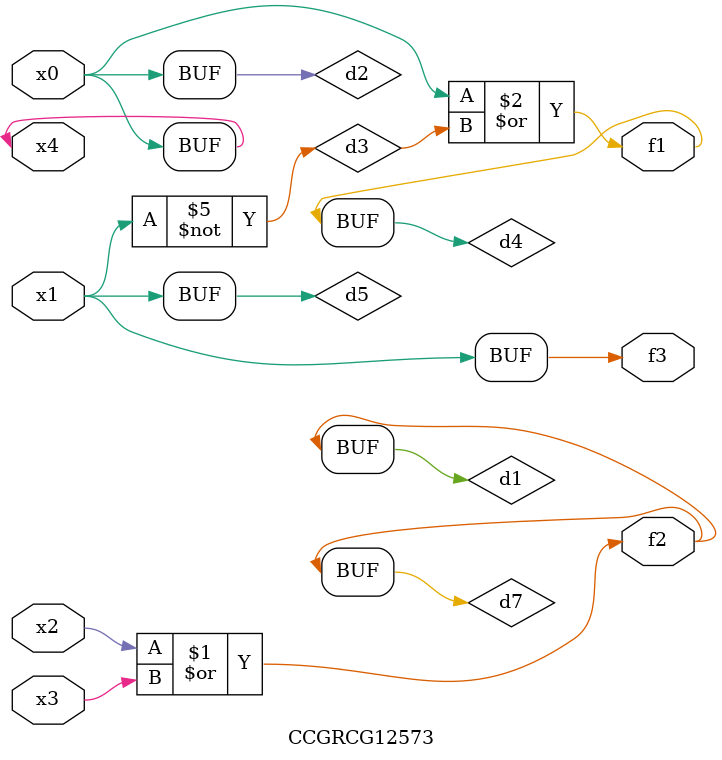
<source format=v>
module CCGRCG12573(
	input x0, x1, x2, x3, x4,
	output f1, f2, f3
);

	wire d1, d2, d3, d4, d5, d6, d7;

	or (d1, x2, x3);
	buf (d2, x0, x4);
	not (d3, x1);
	or (d4, d2, d3);
	not (d5, d3);
	nand (d6, d1, d3);
	or (d7, d1);
	assign f1 = d4;
	assign f2 = d7;
	assign f3 = d5;
endmodule

</source>
